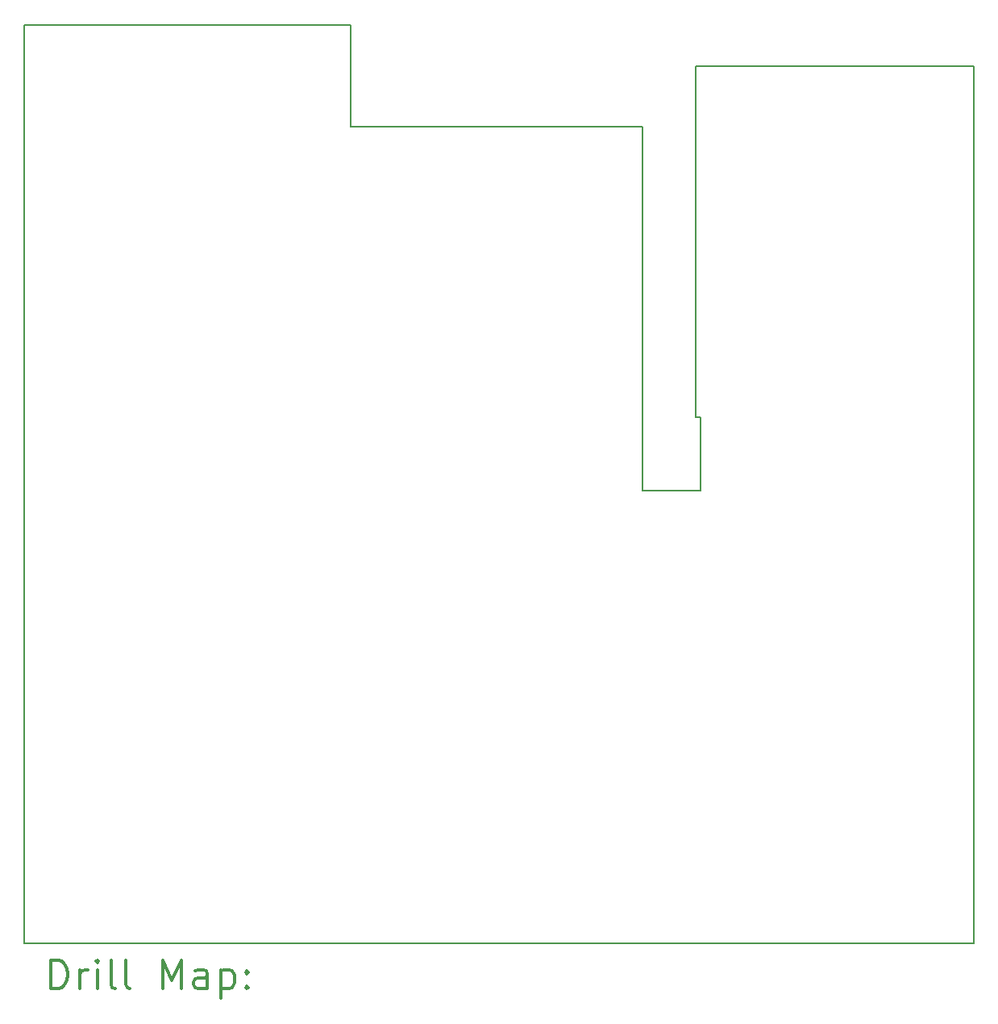
<source format=gbr>
%FSLAX45Y45*%
G04 Gerber Fmt 4.5, Leading zero omitted, Abs format (unit mm)*
G04 Created by KiCad (PCBNEW 5.0.2+dfsg1-1~bpo9+1) date dim. 19 janv. 2020 21:42:26 CET*
%MOMM*%
%LPD*%
G01*
G04 APERTURE LIST*
%ADD10C,0.150000*%
%ADD11C,0.200000*%
%ADD12C,0.300000*%
G04 APERTURE END LIST*
D10*
X14490700Y-6019800D02*
X11430000Y-6019800D01*
X14490700Y-9842500D02*
X14490700Y-6019800D01*
X15100300Y-9842500D02*
X14490700Y-9842500D01*
X15100300Y-9067800D02*
X15100300Y-9842500D01*
X15049500Y-9067800D02*
X15100300Y-9067800D01*
X15049500Y-5384800D02*
X15049500Y-9067800D01*
X17970500Y-5384800D02*
X15049500Y-5384800D01*
X17970500Y-14592300D02*
X17970500Y-5384800D01*
X17970500Y-14592300D02*
X8001000Y-14592300D01*
X8001000Y-14592300D02*
X8001000Y-4953000D01*
X11430000Y-4953000D02*
X11430000Y-6019800D01*
X8001000Y-4953000D02*
X11430000Y-4953000D01*
D11*
D12*
X8279928Y-15065514D02*
X8279928Y-14765514D01*
X8351357Y-14765514D01*
X8394214Y-14779800D01*
X8422786Y-14808371D01*
X8437071Y-14836943D01*
X8451357Y-14894086D01*
X8451357Y-14936943D01*
X8437071Y-14994086D01*
X8422786Y-15022657D01*
X8394214Y-15051229D01*
X8351357Y-15065514D01*
X8279928Y-15065514D01*
X8579928Y-15065514D02*
X8579928Y-14865514D01*
X8579928Y-14922657D02*
X8594214Y-14894086D01*
X8608500Y-14879800D01*
X8637071Y-14865514D01*
X8665643Y-14865514D01*
X8765643Y-15065514D02*
X8765643Y-14865514D01*
X8765643Y-14765514D02*
X8751357Y-14779800D01*
X8765643Y-14794086D01*
X8779928Y-14779800D01*
X8765643Y-14765514D01*
X8765643Y-14794086D01*
X8951357Y-15065514D02*
X8922786Y-15051229D01*
X8908500Y-15022657D01*
X8908500Y-14765514D01*
X9108500Y-15065514D02*
X9079928Y-15051229D01*
X9065643Y-15022657D01*
X9065643Y-14765514D01*
X9451357Y-15065514D02*
X9451357Y-14765514D01*
X9551357Y-14979800D01*
X9651357Y-14765514D01*
X9651357Y-15065514D01*
X9922786Y-15065514D02*
X9922786Y-14908371D01*
X9908500Y-14879800D01*
X9879928Y-14865514D01*
X9822786Y-14865514D01*
X9794214Y-14879800D01*
X9922786Y-15051229D02*
X9894214Y-15065514D01*
X9822786Y-15065514D01*
X9794214Y-15051229D01*
X9779928Y-15022657D01*
X9779928Y-14994086D01*
X9794214Y-14965514D01*
X9822786Y-14951229D01*
X9894214Y-14951229D01*
X9922786Y-14936943D01*
X10065643Y-14865514D02*
X10065643Y-15165514D01*
X10065643Y-14879800D02*
X10094214Y-14865514D01*
X10151357Y-14865514D01*
X10179928Y-14879800D01*
X10194214Y-14894086D01*
X10208500Y-14922657D01*
X10208500Y-15008371D01*
X10194214Y-15036943D01*
X10179928Y-15051229D01*
X10151357Y-15065514D01*
X10094214Y-15065514D01*
X10065643Y-15051229D01*
X10337071Y-15036943D02*
X10351357Y-15051229D01*
X10337071Y-15065514D01*
X10322786Y-15051229D01*
X10337071Y-15036943D01*
X10337071Y-15065514D01*
X10337071Y-14879800D02*
X10351357Y-14894086D01*
X10337071Y-14908371D01*
X10322786Y-14894086D01*
X10337071Y-14879800D01*
X10337071Y-14908371D01*
M02*

</source>
